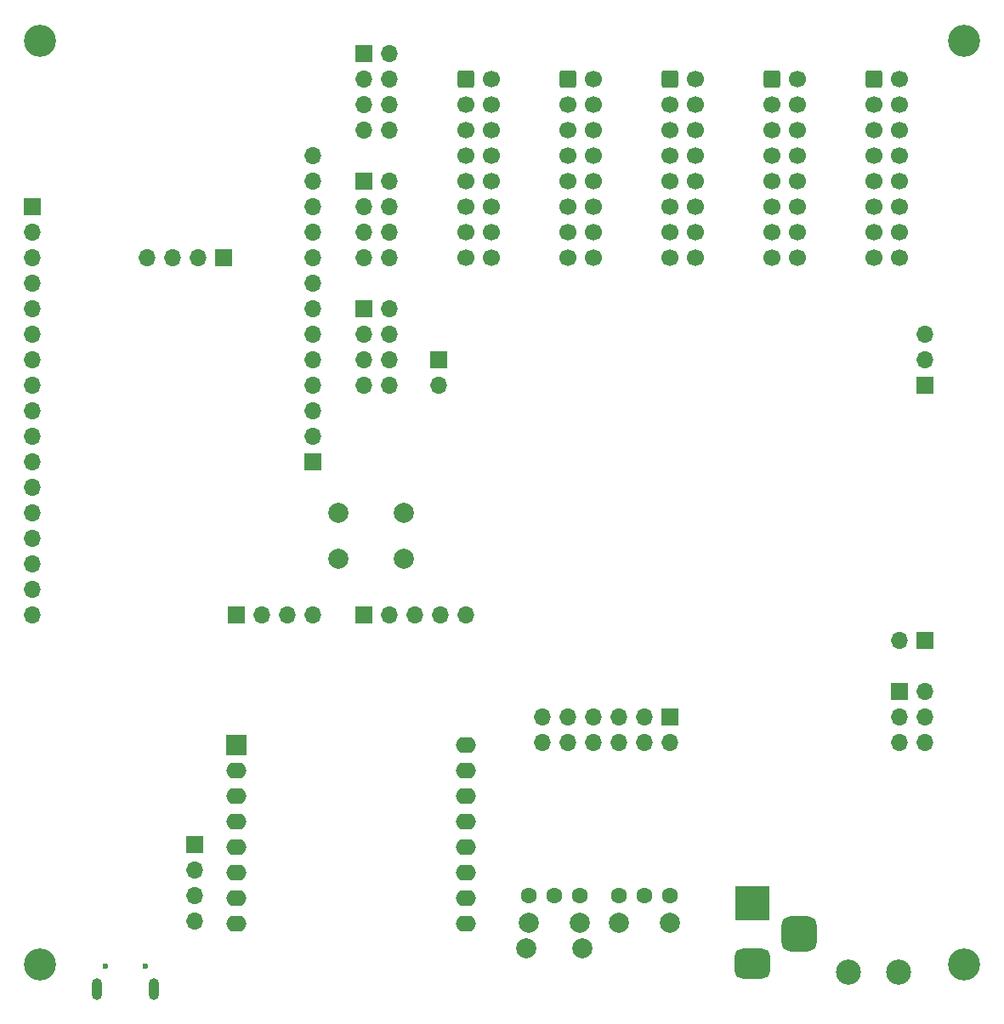
<source format=gbr>
%TF.GenerationSoftware,KiCad,Pcbnew,8.0.5*%
%TF.CreationDate,2025-01-18T12:22:12-08:00*%
%TF.ProjectId,dsp3,64737033-2e6b-4696-9361-645f70636258,rev?*%
%TF.SameCoordinates,Original*%
%TF.FileFunction,Soldermask,Bot*%
%TF.FilePolarity,Negative*%
%FSLAX46Y46*%
G04 Gerber Fmt 4.6, Leading zero omitted, Abs format (unit mm)*
G04 Created by KiCad (PCBNEW 8.0.5) date 2025-01-18 12:22:12*
%MOMM*%
%LPD*%
G01*
G04 APERTURE LIST*
G04 Aperture macros list*
%AMRoundRect*
0 Rectangle with rounded corners*
0 $1 Rounding radius*
0 $2 $3 $4 $5 $6 $7 $8 $9 X,Y pos of 4 corners*
0 Add a 4 corners polygon primitive as box body*
4,1,4,$2,$3,$4,$5,$6,$7,$8,$9,$2,$3,0*
0 Add four circle primitives for the rounded corners*
1,1,$1+$1,$2,$3*
1,1,$1+$1,$4,$5*
1,1,$1+$1,$6,$7*
1,1,$1+$1,$8,$9*
0 Add four rect primitives between the rounded corners*
20,1,$1+$1,$2,$3,$4,$5,0*
20,1,$1+$1,$4,$5,$6,$7,0*
20,1,$1+$1,$6,$7,$8,$9,0*
20,1,$1+$1,$8,$9,$2,$3,0*%
G04 Aperture macros list end*
%ADD10C,2.000000*%
%ADD11C,1.600000*%
%ADD12R,1.700000X1.700000*%
%ADD13O,1.700000X1.700000*%
%ADD14RoundRect,0.250000X-0.600000X-0.600000X0.600000X-0.600000X0.600000X0.600000X-0.600000X0.600000X0*%
%ADD15C,1.700000*%
%ADD16R,2.000000X2.000000*%
%ADD17O,2.000000X1.600000*%
%ADD18R,3.500000X3.500000*%
%ADD19RoundRect,0.750000X1.000000X-0.750000X1.000000X0.750000X-1.000000X0.750000X-1.000000X-0.750000X0*%
%ADD20RoundRect,0.875000X0.875000X-0.875000X0.875000X0.875000X-0.875000X0.875000X-0.875000X-0.875000X0*%
%ADD21C,3.200000*%
%ADD22C,0.600000*%
%ADD23O,1.050000X2.150000*%
%ADD24C,2.500000*%
G04 APERTURE END LIST*
D10*
%TO.C,U7*%
X163980000Y-142400000D03*
X163720000Y-139790000D03*
X158640000Y-139790000D03*
X158380000Y-142400000D03*
D11*
X163720000Y-137160000D03*
X161180000Y-137160000D03*
X158640000Y-137160000D03*
%TD*%
D12*
%TO.C,J5*%
X142240000Y-109220000D03*
D13*
X144780000Y-109220000D03*
X147319999Y-109220000D03*
X149860000Y-109220000D03*
X152400000Y-109220000D03*
%TD*%
D12*
%TO.C,J20*%
X149700000Y-83820000D03*
D13*
X149700000Y-86360000D03*
%TD*%
D12*
%TO.C,J17*%
X128270000Y-73660000D03*
D13*
X125730000Y-73660000D03*
X123190001Y-73660000D03*
X120650000Y-73660000D03*
%TD*%
D14*
%TO.C,J3*%
X172720000Y-55880000D03*
D15*
X175260000Y-55880000D03*
X172720000Y-58420000D03*
X175260000Y-58420000D03*
X172720000Y-60960000D03*
X175260000Y-60960000D03*
X172720000Y-63500000D03*
X175260000Y-63500000D03*
X172720000Y-66040000D03*
X175260000Y-66040000D03*
X172720000Y-68580000D03*
X175260000Y-68580000D03*
X172720000Y-71120000D03*
X175260000Y-71120000D03*
X172720000Y-73660000D03*
X175260000Y-73660000D03*
%TD*%
D14*
%TO.C,J1*%
X193040000Y-55880000D03*
D15*
X195580000Y-55880000D03*
X193040000Y-58420000D03*
X195580000Y-58420000D03*
X193040000Y-60960000D03*
X195580000Y-60960000D03*
X193040000Y-63500000D03*
X195580000Y-63500000D03*
X193040000Y-66040000D03*
X195580000Y-66040000D03*
X193040000Y-68580000D03*
X195580000Y-68580000D03*
X193040000Y-71120000D03*
X195580000Y-71120000D03*
X193040000Y-73660000D03*
X195580000Y-73660000D03*
%TD*%
D12*
%TO.C,J13*%
X198120000Y-111760000D03*
D13*
X195580000Y-111760000D03*
%TD*%
D14*
%TO.C,J2*%
X182880000Y-55880000D03*
D15*
X185420000Y-55880000D03*
X182880000Y-58420000D03*
X185420000Y-58420000D03*
X182880000Y-60959999D03*
X185420000Y-60960000D03*
X182880000Y-63500000D03*
X185420000Y-63500000D03*
X182880000Y-66040000D03*
X185420000Y-66040000D03*
X182880000Y-68580000D03*
X185420000Y-68580000D03*
X182880000Y-71120000D03*
X185420000Y-71120000D03*
X182880000Y-73660001D03*
X185420000Y-73660000D03*
%TD*%
D16*
%TO.C,U3*%
X129540000Y-122144999D03*
D17*
X129540000Y-124684999D03*
X129540000Y-127224998D03*
X129540000Y-129764999D03*
X129540000Y-132304999D03*
X129540000Y-134844999D03*
X129540000Y-137384999D03*
X129540000Y-139925000D03*
X152400000Y-139925000D03*
X152400000Y-137384999D03*
X152400000Y-134844999D03*
X152400000Y-132304999D03*
X152400000Y-129764999D03*
X152400000Y-127224998D03*
X152400000Y-124684999D03*
X152400000Y-122144999D03*
%TD*%
D18*
%TO.C,J21*%
X180900000Y-137900000D03*
D19*
X180900000Y-143900000D03*
D20*
X185600000Y-140900000D03*
%TD*%
D10*
%TO.C,U4*%
X172720000Y-139790000D03*
X167640000Y-139790000D03*
D11*
X167640000Y-137160000D03*
X170180000Y-137160000D03*
X172720000Y-137160000D03*
%TD*%
D12*
%TO.C,J6*%
X129540000Y-109220000D03*
D13*
X132080000Y-109220000D03*
X134619999Y-109220000D03*
X137160000Y-109220000D03*
%TD*%
D12*
%TO.C,J16*%
X198120000Y-86359999D03*
D13*
X198120000Y-83819999D03*
X198120000Y-81280000D03*
%TD*%
D21*
%TO.C,H3*%
X202000000Y-52000000D03*
%TD*%
%TO.C,H1*%
X110000000Y-52000000D03*
%TD*%
D12*
%TO.C,J12*%
X172720000Y-119380000D03*
D13*
X172720000Y-121920000D03*
X170180000Y-119380000D03*
X170180000Y-121920000D03*
X167640001Y-119380000D03*
X167640000Y-121920000D03*
X165100000Y-119380000D03*
X165100000Y-121920000D03*
X162560000Y-119380000D03*
X162560000Y-121920000D03*
X160020000Y-119380000D03*
X160020000Y-121920000D03*
%TD*%
D22*
%TO.C,J14*%
X116475000Y-144150000D03*
X120475000Y-144150000D03*
D23*
X115650000Y-146400000D03*
X121300000Y-146400000D03*
%TD*%
D12*
%TO.C,J18*%
X109220000Y-68580000D03*
D13*
X109220000Y-71120000D03*
X109220000Y-73660000D03*
X109220000Y-76200000D03*
X109220000Y-78740000D03*
X109220000Y-81280000D03*
X109220000Y-83820000D03*
X109220000Y-86360000D03*
X109220000Y-88900000D03*
X109220000Y-91440000D03*
X109220000Y-93980000D03*
X109220000Y-96520000D03*
X109220000Y-99060000D03*
X109220000Y-101600000D03*
X109220000Y-104140000D03*
X109220000Y-106680000D03*
X109220000Y-109220000D03*
%TD*%
D24*
%TO.C,J15*%
X190500000Y-144780000D03*
X195500000Y-144780000D03*
%TD*%
D12*
%TO.C,J19*%
X142240000Y-78740000D03*
D13*
X144780000Y-78740000D03*
X142240000Y-81280000D03*
X144780000Y-81280000D03*
X142240000Y-83820000D03*
X144780000Y-83820000D03*
X142240000Y-86360000D03*
X144780000Y-86360000D03*
%TD*%
D10*
%TO.C,SW2*%
X139700000Y-99060000D03*
X146200000Y-99060000D03*
X139700000Y-103560000D03*
X146200000Y-103560000D03*
%TD*%
D12*
%TO.C,J10*%
X142240000Y-53340000D03*
D13*
X144780000Y-53340000D03*
X142240000Y-55880000D03*
X144780000Y-55880000D03*
X142240000Y-58420000D03*
X144780000Y-58420000D03*
X142240000Y-60960000D03*
X144780000Y-60960000D03*
%TD*%
D12*
%TO.C,J8*%
X195580000Y-116840000D03*
D13*
X198120000Y-116840000D03*
X195580000Y-119380000D03*
X198120000Y-119380000D03*
X195580000Y-121920000D03*
X198120000Y-121920000D03*
%TD*%
D21*
%TO.C,H4*%
X202000000Y-144000000D03*
%TD*%
D14*
%TO.C,J7*%
X152400000Y-55880000D03*
D15*
X154940000Y-55880000D03*
X152400000Y-58420000D03*
X154940000Y-58420000D03*
X152400000Y-60960000D03*
X154940000Y-60960000D03*
X152400000Y-63500000D03*
X154940000Y-63500000D03*
X152400000Y-66040000D03*
X154940000Y-66040000D03*
X152400000Y-68580000D03*
X154940000Y-68580000D03*
X152400000Y-71120000D03*
X154940000Y-71120000D03*
X152400000Y-73660000D03*
X154940000Y-73660000D03*
%TD*%
D14*
%TO.C,J4*%
X162560000Y-55880000D03*
D15*
X165100000Y-55880000D03*
X162560000Y-58420000D03*
X165100000Y-58420000D03*
X162560000Y-60960000D03*
X165100000Y-60960000D03*
X162560000Y-63500000D03*
X165100000Y-63500000D03*
X162560000Y-66040000D03*
X165100000Y-66040000D03*
X162560000Y-68580000D03*
X165100000Y-68580000D03*
X162560000Y-71120000D03*
X165100000Y-71120000D03*
X162560000Y-73660000D03*
X165100000Y-73660000D03*
%TD*%
D21*
%TO.C,H2*%
X110000000Y-144000000D03*
%TD*%
D12*
%TO.C,J11*%
X125400000Y-132080000D03*
D13*
X125400000Y-134620000D03*
X125400000Y-137160000D03*
X125400000Y-139700000D03*
%TD*%
D12*
%TO.C,J22*%
X137160000Y-93980000D03*
D13*
X137160000Y-91440000D03*
X137160000Y-88900001D03*
X137160000Y-86360000D03*
X137160000Y-83820000D03*
X137160000Y-81280000D03*
X137160000Y-78740000D03*
X137160000Y-76199999D03*
X137160000Y-73660000D03*
X137160000Y-71120000D03*
X137160000Y-68580000D03*
X137160000Y-66040001D03*
X137160000Y-63500000D03*
%TD*%
D12*
%TO.C,J9*%
X142240000Y-66040000D03*
D13*
X144780000Y-66040000D03*
X142240000Y-68580000D03*
X144780000Y-68580000D03*
X142240000Y-71120000D03*
X144780000Y-71120000D03*
X142240000Y-73660000D03*
X144780000Y-73660000D03*
%TD*%
M02*

</source>
